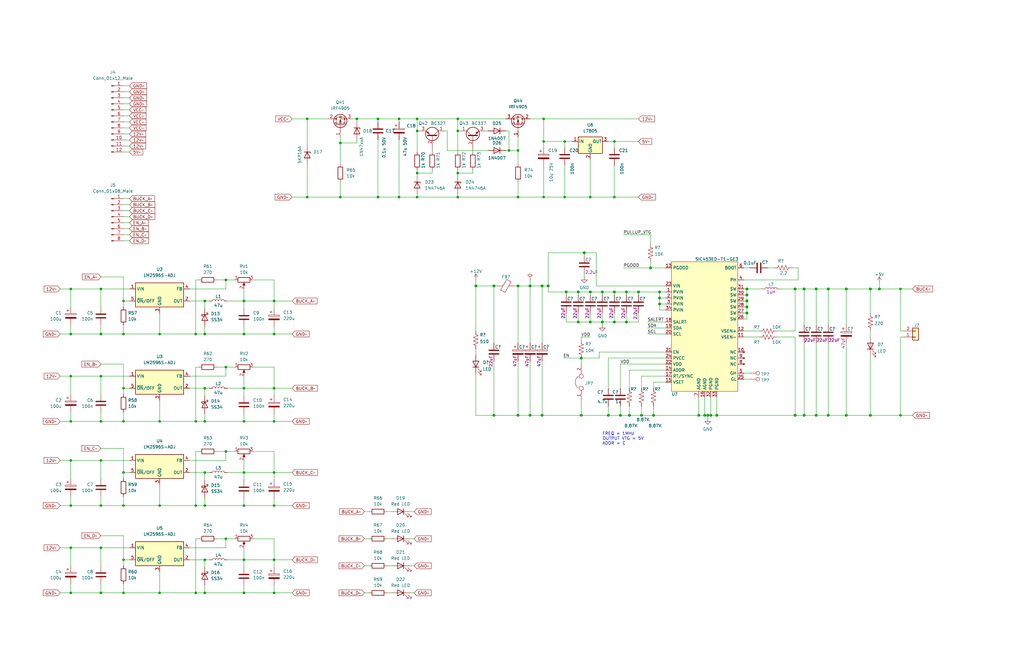
<source format=kicad_sch>
(kicad_sch (version 20211123) (generator eeschema)
  (paper "B")
  (junction (at 168.275 83.185))
  (junction (at 218.44 63.5))
  (junction (at 115.57 163.83))
  (junction (at 175.895 83.185))
  (junction (at 82.55 213.36))
  (junction (at 370.84 121.92) (diameter 1.016))
  (junction (at 339.09 121.92) (diameter 1.016))
  (junction (at 223.52 120.65) (diameter 1.016))
  (junction (at 231.14 120.65) (diameter 1.016))
  (junction (at 86.36 199.39))
  (junction (at 379.73 175.26))
  (junction (at 246.38 106.68) (diameter 1.016))
  (junction (at 229.235 83.185))
  (junction (at 248.92 83.185))
  (junction (at 238.125 83.185))
  (junction (at 264.16 123.19) (diameter 1.016))
  (junction (at 314.96 132.08) (diameter 1.016))
  (junction (at 278.13 128.27) (diameter 1.016))
  (junction (at 95.25 227.33))
  (junction (at 86.36 163.83))
  (junction (at 102.87 177.8))
  (junction (at 159.385 83.185))
  (junction (at 274.32 113.03) (diameter 1.016))
  (junction (at 29.845 140.97))
  (junction (at 356.87 121.92) (diameter 1.016))
  (junction (at 248.92 135.89) (diameter 1.016))
  (junction (at 218.44 120.65) (diameter 1.016))
  (junction (at 265.43 175.26) (diameter 1.016))
  (junction (at 294.64 175.26) (diameter 1.016))
  (junction (at 344.17 121.92) (diameter 1.016))
  (junction (at 259.08 135.89) (diameter 1.016))
  (junction (at 143.51 83.185))
  (junction (at 52.07 199.39))
  (junction (at 115.57 127))
  (junction (at 278.13 123.19) (diameter 1.016))
  (junction (at 52.07 250.19))
  (junction (at 102.87 250.19))
  (junction (at 42.545 140.97))
  (junction (at 42.545 213.36))
  (junction (at 298.45 175.26) (diameter 1.016))
  (junction (at 102.87 140.97))
  (junction (at 243.84 123.19) (diameter 1.016))
  (junction (at 86.36 236.22))
  (junction (at 200.66 120.65) (diameter 1.016))
  (junction (at 248.92 123.19) (diameter 1.016))
  (junction (at 270.51 175.26) (diameter 1.016))
  (junction (at 259.08 83.185))
  (junction (at 95.25 154.94))
  (junction (at 67.31 140.97))
  (junction (at 302.26 175.26) (diameter 1.016))
  (junction (at 229.235 59.69))
  (junction (at 278.13 125.73) (diameter 1.016))
  (junction (at 223.52 175.26) (diameter 1.016))
  (junction (at 115.57 213.36))
  (junction (at 193.04 50.165))
  (junction (at 29.845 121.92))
  (junction (at 42.545 231.14))
  (junction (at 86.36 250.19))
  (junction (at 168.275 50.165))
  (junction (at 42.545 158.75))
  (junction (at 314.96 127) (diameter 1.016))
  (junction (at 29.845 231.14))
  (junction (at 218.44 175.26) (diameter 1.016))
  (junction (at 214.63 63.5))
  (junction (at 367.03 175.26) (diameter 1.016))
  (junction (at 52.07 236.22))
  (junction (at 42.545 121.92))
  (junction (at 102.87 127))
  (junction (at 314.96 129.54) (diameter 1.016))
  (junction (at 193.04 55.245))
  (junction (at 245.11 175.26) (diameter 1.016))
  (junction (at 254 123.19) (diameter 1.016))
  (junction (at 228.6 175.26) (diameter 1.016))
  (junction (at 115.57 236.22))
  (junction (at 82.55 250.19))
  (junction (at 208.28 175.26) (diameter 1.016))
  (junction (at 228.6 120.65) (diameter 1.016))
  (junction (at 259.08 123.19) (diameter 1.016))
  (junction (at 299.72 175.26) (diameter 1.016))
  (junction (at 314.96 124.46) (diameter 1.016))
  (junction (at 115.57 140.97))
  (junction (at 29.845 158.75))
  (junction (at 259.08 59.69))
  (junction (at 52.07 177.8))
  (junction (at 339.09 175.26) (diameter 1.016))
  (junction (at 245.11 151.13) (diameter 1.016))
  (junction (at 86.36 140.97))
  (junction (at 193.04 73.025))
  (junction (at 238.76 123.19) (diameter 1.016))
  (junction (at 67.31 177.8))
  (junction (at 82.55 177.8))
  (junction (at 86.36 213.36))
  (junction (at 86.36 177.8))
  (junction (at 367.03 121.92) (diameter 1.016))
  (junction (at 143.51 60.325))
  (junction (at 193.04 83.185))
  (junction (at 243.84 135.89) (diameter 1.016))
  (junction (at 115.57 250.19))
  (junction (at 129.54 83.185))
  (junction (at 102.87 213.36))
  (junction (at 264.16 135.89) (diameter 1.016))
  (junction (at 82.55 140.97))
  (junction (at 52.07 127))
  (junction (at 42.545 250.19))
  (junction (at 102.87 163.83))
  (junction (at 42.545 194.31))
  (junction (at 314.96 121.92) (diameter 1.016))
  (junction (at 95.25 118.11))
  (junction (at 115.57 177.8))
  (junction (at 29.845 194.31))
  (junction (at 86.36 127))
  (junction (at 175.895 55.245))
  (junction (at 356.87 175.26) (diameter 1.016))
  (junction (at 115.57 199.39))
  (junction (at 349.25 121.92) (diameter 1.016))
  (junction (at 29.845 177.8))
  (junction (at 238.125 59.69))
  (junction (at 67.31 213.36))
  (junction (at 379.73 121.92))
  (junction (at 218.44 83.185))
  (junction (at 102.87 199.39))
  (junction (at 52.07 213.36))
  (junction (at 261.62 175.26) (diameter 1.016))
  (junction (at 67.31 250.19))
  (junction (at 275.59 175.26) (diameter 1.016))
  (junction (at 349.25 175.26) (diameter 1.016))
  (junction (at 175.895 50.165))
  (junction (at 42.545 177.8))
  (junction (at 335.28 121.92) (diameter 1.016))
  (junction (at 229.235 50.165))
  (junction (at 129.54 50.165))
  (junction (at 175.895 73.025))
  (junction (at 269.24 123.19) (diameter 1.016))
  (junction (at 297.18 175.26) (diameter 1.016))
  (junction (at 95.25 190.5))
  (junction (at 159.385 50.165))
  (junction (at 29.845 213.36))
  (junction (at 208.28 120.65) (diameter 1.016))
  (junction (at 344.17 175.26) (diameter 1.016))
  (junction (at 256.54 175.26) (diameter 1.016))
  (junction (at 150.495 50.165))
  (junction (at 254 135.89) (diameter 1.016))
  (junction (at 29.845 250.19))
  (junction (at 52.07 163.83))
  (junction (at 102.87 236.22))
  (junction (at 335.28 175.26) (diameter 1.016))
  (junction (at 52.07 140.97))
  (wire (pts (xy 264.16 135.89) (xy 269.24 135.89)))
  (wire (pts (xy 52.07 43.815) (xy 54.61 43.815)))
  (wire (pts (xy 327.66 139.7) (xy 335.28 139.7)))
  (wire (pts (xy 54.61 163.83) (xy 52.07 163.83)))
  (wire (pts (xy 115.57 177.8) (xy 123.19 177.8)))
  (wire (pts (xy 252.73 151.13) (xy 252.73 148.59)))
  (wire (pts (xy 42.545 121.92) (xy 54.61 121.92)))
  (wire (pts (xy 200.66 157.48) (xy 200.66 175.26)))
  (wire (pts (xy 269.24 123.19) (xy 264.16 123.19)))
  (wire (pts (xy 193.04 73.025) (xy 193.04 71.755)))
  (wire (pts (xy 115.57 199.39) (xy 123.19 199.39)))
  (wire (pts (xy 344.17 144.78) (xy 344.17 175.26)))
  (wire (pts (xy 42.545 231.14) (xy 54.61 231.14)))
  (wire (pts (xy 80.01 163.83) (xy 86.36 163.83)))
  (wire (pts (xy 264.16 123.19) (xy 259.08 123.19)))
  (wire (pts (xy 172.72 238.76) (xy 174.625 238.76)))
  (wire (pts (xy 208.28 175.26) (xy 218.44 175.26)))
  (wire (pts (xy 262.89 113.03) (xy 274.32 113.03)))
  (wire (pts (xy 259.08 123.19) (xy 254 123.19)))
  (wire (pts (xy 273.05 135.89) (xy 280.67 135.89)))
  (wire (pts (xy 335.28 175.26) (xy 339.09 175.26)))
  (wire (pts (xy 238.76 123.19) (xy 238.76 124.46)))
  (wire (pts (xy 25.4 158.75) (xy 29.845 158.75)))
  (wire (pts (xy 270.51 175.26) (xy 275.59 175.26)))
  (wire (pts (xy 274.32 102.87) (xy 274.32 99.06)))
  (wire (pts (xy 313.69 132.08) (xy 314.96 132.08)))
  (wire (pts (xy 52.07 38.735) (xy 54.61 38.735)))
  (wire (pts (xy 313.69 160.02) (xy 316.23 160.02)))
  (wire (pts (xy 248.92 67.31) (xy 248.92 83.185)))
  (wire (pts (xy 175.895 73.025) (xy 175.895 74.295)))
  (wire (pts (xy 86.36 199.39) (xy 86.36 202.565)))
  (wire (pts (xy 193.04 50.165) (xy 193.04 55.245)))
  (wire (pts (xy 67.31 250.19) (xy 82.55 250.19)))
  (wire (pts (xy 182.245 73.025) (xy 175.895 73.025)))
  (wire (pts (xy 275.59 161.29) (xy 280.67 161.29)))
  (wire (pts (xy 356.87 121.92) (xy 367.03 121.92)))
  (wire (pts (xy 159.385 51.435) (xy 159.385 50.165)))
  (wire (pts (xy 86.36 213.36) (xy 102.87 213.36)))
  (wire (pts (xy 175.895 50.165) (xy 193.04 50.165)))
  (wire (pts (xy 275.59 163.83) (xy 275.59 161.29)))
  (wire (pts (xy 381 142.24) (xy 379.73 142.24)))
  (wire (pts (xy 91.44 118.11) (xy 95.25 118.11)))
  (wire (pts (xy 42.545 209.55) (xy 42.545 213.36)))
  (wire (pts (xy 273.05 140.97) (xy 280.67 140.97)))
  (wire (pts (xy 259.08 69.85) (xy 259.08 83.185)))
  (wire (pts (xy 231.14 123.19) (xy 231.14 120.65)))
  (wire (pts (xy 243.84 132.08) (xy 243.84 135.89)))
  (wire (pts (xy 229.235 50.165) (xy 269.24 50.165)))
  (wire (pts (xy 115.57 190.5) (xy 115.57 199.39)))
  (wire (pts (xy 29.845 250.19) (xy 42.545 250.19)))
  (wire (pts (xy 115.57 250.19) (xy 123.19 250.19)))
  (wire (pts (xy 52.07 41.275) (xy 54.61 41.275)))
  (wire (pts (xy 102.87 194.31) (xy 102.87 199.39)))
  (wire (pts (xy 52.07 140.97) (xy 67.31 140.97)))
  (wire (pts (xy 245.11 168.91) (xy 245.11 175.26)))
  (wire (pts (xy 168.275 59.055) (xy 168.275 83.185)))
  (wire (pts (xy 82.55 177.8) (xy 82.55 154.94)))
  (wire (pts (xy 86.36 199.39) (xy 88.265 199.39)))
  (wire (pts (xy 106.68 190.5) (xy 115.57 190.5)))
  (wire (pts (xy 52.07 59.055) (xy 54.61 59.055)))
  (wire (pts (xy 218.44 63.5) (xy 218.44 69.215)))
  (wire (pts (xy 314.96 124.46) (xy 314.96 121.92)))
  (wire (pts (xy 265.43 175.26) (xy 270.51 175.26)))
  (wire (pts (xy 86.36 140.97) (xy 102.87 140.97)))
  (wire (pts (xy 102.87 158.75) (xy 102.87 163.83)))
  (wire (pts (xy 115.57 137.795) (xy 115.57 140.97)))
  (wire (pts (xy 339.09 121.92) (xy 339.09 137.16)))
  (wire (pts (xy 29.845 173.99) (xy 29.845 177.8)))
  (wire (pts (xy 367.03 139.7) (xy 367.03 142.24)))
  (wire (pts (xy 67.31 204.47) (xy 67.31 213.36)))
  (wire (pts (xy 339.09 121.92) (xy 344.17 121.92)))
  (wire (pts (xy 67.31 213.36) (xy 82.55 213.36)))
  (wire (pts (xy 200.66 118.11) (xy 200.66 120.65)))
  (wire (pts (xy 106.68 154.94) (xy 115.57 154.94)))
  (wire (pts (xy 254 123.19) (xy 254 124.46)))
  (wire (pts (xy 82.55 250.19) (xy 82.55 227.33)))
  (wire (pts (xy 42.545 189.23) (xy 52.07 189.23)))
  (wire (pts (xy 153.67 250.19) (xy 155.575 250.19)))
  (wire (pts (xy 214.63 55.245) (xy 214.63 63.5)))
  (wire (pts (xy 52.07 93.98) (xy 54.61 93.98)))
  (wire (pts (xy 379.73 175.26) (xy 367.03 175.26)))
  (wire (pts (xy 199.39 62.865) (xy 199.39 64.135)))
  (wire (pts (xy 228.6 152.4) (xy 228.6 175.26)))
  (wire (pts (xy 95.25 231.14) (xy 95.25 227.33)))
  (wire (pts (xy 349.25 144.78) (xy 349.25 175.26)))
  (wire (pts (xy 298.45 175.26) (xy 297.18 175.26)))
  (wire (pts (xy 299.72 167.64) (xy 299.72 175.26)))
  (wire (pts (xy 102.87 231.14) (xy 102.87 236.22)))
  (wire (pts (xy 229.235 69.85) (xy 229.235 83.185)))
  (wire (pts (xy 52.07 48.895) (xy 54.61 48.895)))
  (wire (pts (xy 29.845 158.75) (xy 42.545 158.75)))
  (wire (pts (xy 86.36 236.22) (xy 88.265 236.22)))
  (wire (pts (xy 42.545 194.31) (xy 42.545 201.93)))
  (wire (pts (xy 214.63 63.5) (xy 213.36 63.5)))
  (wire (pts (xy 52.07 153.67) (xy 52.07 163.83)))
  (wire (pts (xy 256.54 151.13) (xy 280.67 151.13)))
  (wire (pts (xy 143.51 60.325) (xy 150.495 60.325)))
  (wire (pts (xy 275.59 171.45) (xy 275.59 175.26)))
  (wire (pts (xy 218.44 76.835) (xy 218.44 83.185)))
  (wire (pts (xy 229.235 50.165) (xy 229.235 59.69)))
  (wire (pts (xy 42.545 246.38) (xy 42.545 250.19)))
  (wire (pts (xy 25.4 140.97) (xy 29.845 140.97)))
  (wire (pts (xy 245.11 142.24) (xy 245.11 143.51)))
  (wire (pts (xy 159.385 59.055) (xy 159.385 83.185)))
  (wire (pts (xy 245.11 151.13) (xy 252.73 151.13)))
  (wire (pts (xy 80.01 158.75) (xy 95.25 158.75)))
  (wire (pts (xy 115.57 199.39) (xy 115.57 202.565)))
  (wire (pts (xy 102.87 127) (xy 102.87 130.175)))
  (wire (pts (xy 143.51 76.835) (xy 143.51 83.185)))
  (wire (pts (xy 218.44 83.185) (xy 193.04 83.185)))
  (wire (pts (xy 95.25 118.11) (xy 99.06 118.11)))
  (wire (pts (xy 163.195 227.33) (xy 165.1 227.33)))
  (wire (pts (xy 298.45 175.26) (xy 299.72 175.26)))
  (wire (pts (xy 29.845 121.92) (xy 42.545 121.92)))
  (wire (pts (xy 54.61 199.39) (xy 52.07 199.39)))
  (wire (pts (xy 29.845 213.36) (xy 42.545 213.36)))
  (wire (pts (xy 251.46 120.65) (xy 251.46 106.68)))
  (wire (pts (xy 270.51 163.83) (xy 270.51 158.75)))
  (wire (pts (xy 54.61 127) (xy 52.07 127)))
  (wire (pts (xy 52.07 83.82) (xy 54.61 83.82)))
  (wire (pts (xy 80.01 231.14) (xy 95.25 231.14)))
  (wire (pts (xy 248.92 132.08) (xy 248.92 135.89)))
  (wire (pts (xy 256.54 151.13) (xy 256.54 163.83)))
  (wire (pts (xy 339.09 175.26) (xy 344.17 175.26)))
  (wire (pts (xy 42.545 213.36) (xy 52.07 213.36)))
  (wire (pts (xy 52.07 46.355) (xy 54.61 46.355)))
  (wire (pts (xy 238.125 62.23) (xy 238.125 59.69)))
  (wire (pts (xy 274.32 113.03) (xy 274.32 110.49)))
  (wire (pts (xy 379.73 142.24) (xy 379.73 175.26)))
  (wire (pts (xy 29.845 129.54) (xy 29.845 121.92)))
  (wire (pts (xy 278.13 128.27) (xy 280.67 128.27)))
  (wire (pts (xy 313.69 129.54) (xy 314.96 129.54)))
  (wire (pts (xy 200.66 147.32) (xy 200.66 149.86)))
  (wire (pts (xy 42.545 158.75) (xy 42.545 166.37)))
  (wire (pts (xy 349.25 121.92) (xy 349.25 137.16)))
  (wire (pts (xy 379.73 121.92) (xy 370.84 121.92)))
  (wire (pts (xy 29.845 166.37) (xy 29.845 158.75)))
  (wire (pts (xy 335.28 139.7) (xy 335.28 121.92)))
  (wire (pts (xy 379.73 175.26) (xy 384.81 175.26)))
  (wire (pts (xy 182.245 71.755) (xy 182.245 73.025)))
  (wire (pts (xy 193.04 83.185) (xy 193.04 81.915)))
  (wire (pts (xy 313.69 134.62) (xy 314.96 134.62)))
  (wire (pts (xy 52.07 246.38) (xy 52.07 250.19)))
  (wire (pts (xy 82.55 118.11) (xy 83.82 118.11)))
  (wire (pts (xy 314.96 129.54) (xy 314.96 127)))
  (wire (pts (xy 228.6 120.65) (xy 231.14 120.65)))
  (wire (pts (xy 42.545 140.97) (xy 52.07 140.97)))
  (wire (pts (xy 102.87 163.83) (xy 102.87 167.005)))
  (wire (pts (xy 102.87 174.625) (xy 102.87 177.8)))
  (wire (pts (xy 86.36 137.795) (xy 86.36 140.97)))
  (wire (pts (xy 314.96 127) (xy 314.96 124.46)))
  (wire (pts (xy 200.66 175.26) (xy 208.28 175.26)))
  (wire (pts (xy 248.92 123.19) (xy 243.84 123.19)))
  (wire (pts (xy 52.07 177.8) (xy 67.31 177.8)))
  (wire (pts (xy 52.07 226.06) (xy 52.07 236.22)))
  (wire (pts (xy 199.39 71.755) (xy 199.39 73.025)))
  (wire (pts (xy 52.07 61.595) (xy 54.61 61.595)))
  (wire (pts (xy 344.17 121.92) (xy 349.25 121.92)))
  (wire (pts (xy 102.87 199.39) (xy 115.57 199.39)))
  (wire (pts (xy 52.07 88.9) (xy 54.61 88.9)))
  (wire (pts (xy 115.57 213.36) (xy 123.19 213.36)))
  (wire (pts (xy 95.885 127) (xy 102.87 127)))
  (wire (pts (xy 294.64 167.64) (xy 294.64 175.26)))
  (wire (pts (xy 297.18 175.26) (xy 294.64 175.26)))
  (wire (pts (xy 52.07 99.06) (xy 54.61 99.06)))
  (wire (pts (xy 356.87 121.92) (xy 356.87 137.16)))
  (wire (pts (xy 115.57 163.83) (xy 115.57 167.005)))
  (wire (pts (xy 223.52 175.26) (xy 228.6 175.26)))
  (wire (pts (xy 254 135.89) (xy 259.08 135.89)))
  (wire (pts (xy 115.57 163.83) (xy 123.19 163.83)))
  (wire (pts (xy 218.44 152.4) (xy 218.44 175.26)))
  (wire (pts (xy 278.13 123.19) (xy 280.67 123.19)))
  (wire (pts (xy 91.44 227.33) (xy 95.25 227.33)))
  (wire (pts (xy 163.195 215.9) (xy 165.1 215.9)))
  (wire (pts (xy 280.67 130.81) (xy 278.13 130.81)))
  (wire (pts (xy 52.07 51.435) (xy 54.61 51.435)))
  (wire (pts (xy 82.55 213.36) (xy 86.36 213.36)))
  (wire (pts (xy 243.84 135.89) (xy 248.92 135.89)))
  (wire (pts (xy 115.57 118.11) (xy 115.57 127)))
  (wire (pts (xy 223.52 50.165) (xy 229.235 50.165)))
  (wire (pts (xy 313.69 142.24) (xy 320.04 142.24)))
  (wire (pts (xy 106.68 227.33) (xy 115.57 227.33)))
  (wire (pts (xy 52.07 163.83) (xy 52.07 166.37)))
  (wire (pts (xy 106.68 118.11) (xy 115.57 118.11)))
  (wire (pts (xy 254 132.08) (xy 254 135.89)))
  (wire (pts (xy 29.845 238.76) (xy 29.845 231.14)))
  (wire (pts (xy 218.44 120.65) (xy 218.44 144.78)))
  (wire (pts (xy 168.275 51.435) (xy 168.275 50.165)))
  (wire (pts (xy 82.55 140.97) (xy 86.36 140.97)))
  (wire (pts (xy 265.43 171.45) (xy 265.43 175.26)))
  (wire (pts (xy 115.57 236.22) (xy 115.57 239.395)))
  (wire (pts (xy 302.26 175.26) (xy 335.28 175.26)))
  (wire (pts (xy 270.51 158.75) (xy 280.67 158.75)))
  (wire (pts (xy 115.57 210.185) (xy 115.57 213.36)))
  (wire (pts (xy 280.67 113.03) (xy 274.32 113.03)))
  (wire (pts (xy 129.54 50.165) (xy 138.43 50.165)))
  (wire (pts (xy 213.36 55.245) (xy 214.63 55.245)))
  (wire (pts (xy 82.55 250.19) (xy 86.36 250.19)))
  (wire (pts (xy 193.04 50.165) (xy 213.36 50.165)))
  (wire (pts (xy 52.07 96.52) (xy 54.61 96.52)))
  (wire (pts (xy 115.57 140.97) (xy 123.19 140.97)))
  (wire (pts (xy 261.62 153.67) (xy 261.62 163.83)))
  (wire (pts (xy 25.4 121.92) (xy 29.845 121.92)))
  (wire (pts (xy 52.07 36.195) (xy 54.61 36.195)))
  (wire (pts (xy 223.52 152.4) (xy 223.52 175.26)))
  (wire (pts (xy 278.13 125.73) (xy 278.13 123.19)))
  (wire (pts (xy 95.25 158.75) (xy 95.25 154.94)))
  (wire (pts (xy 115.57 227.33) (xy 115.57 236.22)))
  (wire (pts (xy 238.125 69.85) (xy 238.125 83.185)))
  (wire (pts (xy 52.07 250.19) (xy 67.31 250.19)))
  (wire (pts (xy 259.08 83.185) (xy 269.24 83.185)))
  (wire (pts (xy 129.54 69.215) (xy 129.54 83.185)))
  (wire (pts (xy 218.44 120.65) (xy 223.52 120.65)))
  (wire (pts (xy 29.845 194.31) (xy 42.545 194.31)))
  (wire (pts (xy 188.595 63.5) (xy 188.595 55.245)))
  (wire (pts (xy 231.14 106.68) (xy 246.38 106.68)))
  (wire (pts (xy 238.125 59.69) (xy 229.235 59.69)))
  (wire (pts (xy 254 123.19) (xy 248.92 123.19)))
  (wire (pts (xy 367.03 121.92) (xy 370.84 121.92)))
  (wire (pts (xy 52.07 127) (xy 52.07 129.54)))
  (wire (pts (xy 102.87 127) (xy 115.57 127)))
  (wire (pts (xy 67.31 168.91) (xy 67.31 177.8)))
  (wire (pts (xy 246.38 106.68) (xy 246.38 107.95)))
  (wire (pts (xy 95.25 227.33) (xy 99.06 227.33)))
  (wire (pts (xy 52.07 209.55) (xy 52.07 213.36)))
  (wire (pts (xy 208.28 144.78) (xy 208.28 120.65)))
  (wire (pts (xy 102.87 199.39) (xy 102.87 202.565)))
  (wire (pts (xy 52.07 213.36) (xy 67.31 213.36)))
  (wire (pts (xy 29.845 140.97) (xy 42.545 140.97)))
  (wire (pts (xy 102.87 140.97) (xy 115.57 140.97)))
  (wire (pts (xy 256.54 171.45) (xy 256.54 175.26)))
  (wire (pts (xy 349.25 175.26) (xy 356.87 175.26)))
  (wire (pts (xy 339.09 144.78) (xy 339.09 175.26)))
  (wire (pts (xy 245.11 175.26) (xy 256.54 175.26)))
  (wire (pts (xy 102.87 213.36) (xy 115.57 213.36)))
  (wire (pts (xy 223.52 120.65) (xy 223.52 144.78)))
  (wire (pts (xy 52.07 189.23) (xy 52.07 199.39)))
  (wire (pts (xy 228.6 175.26) (xy 245.11 175.26)))
  (wire (pts (xy 218.44 63.5) (xy 214.63 63.5)))
  (wire (pts (xy 208.28 120.65) (xy 209.55 120.65)))
  (wire (pts (xy 25.4 194.31) (xy 29.845 194.31)))
  (wire (pts (xy 208.28 152.4) (xy 208.28 175.26)))
  (wire (pts (xy 52.07 64.135) (xy 54.61 64.135)))
  (wire (pts (xy 335.28 121.92) (xy 339.09 121.92)))
  (wire (pts (xy 314.96 134.62) (xy 314.96 132.08)))
  (wire (pts (xy 52.07 101.6) (xy 54.61 101.6)))
  (wire (pts (xy 335.28 142.24) (xy 335.28 175.26)))
  (wire (pts (xy 115.57 127) (xy 115.57 130.175)))
  (wire (pts (xy 217.17 120.65) (xy 218.44 120.65)))
  (wire (pts (xy 42.545 121.92) (xy 42.545 129.54)))
  (wire (pts (xy 204.47 55.245) (xy 205.74 55.245)))
  (wire (pts (xy 42.545 250.19) (xy 52.07 250.19)))
  (wire (pts (xy 241.3 59.69) (xy 238.125 59.69)))
  (wire (pts (xy 379.73 121.92) (xy 379.73 139.7)))
  (wire (pts (xy 42.545 177.8) (xy 52.07 177.8)))
  (wire (pts (xy 52.07 173.99) (xy 52.07 177.8)))
  (wire (pts (xy 175.895 73.025) (xy 175.895 71.755)))
  (wire (pts (xy 194.31 55.245) (xy 193.04 55.245)))
  (wire (pts (xy 52.07 86.36) (xy 54.61 86.36)))
  (wire (pts (xy 313.69 139.7) (xy 320.04 139.7)))
  (wire (pts (xy 153.67 238.76) (xy 155.575 238.76)))
  (wire (pts (xy 29.845 177.8) (xy 42.545 177.8)))
  (wire (pts (xy 115.57 236.22) (xy 123.19 236.22)))
  (wire (pts (xy 245.11 151.13) (xy 245.11 153.67)))
  (wire (pts (xy 273.05 138.43) (xy 280.67 138.43)))
  (wire (pts (xy 29.845 246.38) (xy 29.845 250.19)))
  (wire (pts (xy 168.275 83.185) (xy 175.895 83.185)))
  (wire (pts (xy 259.08 132.08) (xy 259.08 135.89)))
  (wire (pts (xy 80.01 127) (xy 86.36 127)))
  (wire (pts (xy 269.24 132.08) (xy 269.24 135.89)))
  (wire (pts (xy 42.545 153.67) (xy 52.07 153.67)))
  (wire (pts (xy 238.76 135.89) (xy 238.76 132.08)))
  (wire (pts (xy 238.76 135.89) (xy 243.84 135.89)))
  (wire (pts (xy 95.885 163.83) (xy 102.87 163.83)))
  (wire (pts (xy 91.44 190.5) (xy 95.25 190.5)))
  (wire (pts (xy 25.4 231.14) (xy 29.845 231.14)))
  (wire (pts (xy 344.17 121.92) (xy 344.17 137.16)))
  (wire (pts (xy 328.93 121.92) (xy 335.28 121.92)))
  (wire (pts (xy 278.13 125.73) (xy 280.67 125.73)))
  (wire (pts (xy 228.6 120.65) (xy 228.6 144.78)))
  (wire (pts (xy 313.69 121.92) (xy 314.96 121.92)))
  (wire (pts (xy 102.87 121.92) (xy 102.87 127)))
  (wire (pts (xy 153.67 215.9) (xy 155.575 215.9)))
  (wire (pts (xy 82.55 227.33) (xy 83.82 227.33)))
  (wire (pts (xy 327.66 142.24) (xy 335.28 142.24)))
  (wire (pts (xy 115.57 247.015) (xy 115.57 250.19)))
  (wire (pts (xy 367.03 175.26) (xy 367.03 149.86)))
  (wire (pts (xy 67.31 241.3) (xy 67.31 250.19)))
  (wire (pts (xy 123.19 83.185) (xy 129.54 83.185)))
  (wire (pts (xy 175.895 50.165) (xy 175.895 55.245)))
  (wire (pts (xy 280.67 120.65) (xy 251.46 120.65)))
  (wire (pts (xy 95.885 199.39) (xy 102.87 199.39)))
  (wire (pts (xy 175.895 55.245) (xy 175.895 64.135)))
  (wire (pts (xy 336.55 118.11) (xy 313.69 118.11)))
  (wire (pts (xy 367.03 121.92) (xy 367.03 132.08)))
  (wire (pts (xy 246.38 106.68) (xy 251.46 106.68)))
  (wire (pts (xy 102.87 247.015) (xy 102.87 250.19)))
  (wire (pts (xy 52.07 137.16) (xy 52.07 140.97)))
  (wire (pts (xy 42.545 226.06) (xy 52.07 226.06)))
  (wire (pts (xy 25.4 250.19) (xy 29.845 250.19)))
  (wire (pts (xy 238.125 83.185) (xy 248.92 83.185)))
  (wire (pts (xy 297.18 167.64) (xy 297.18 175.26)))
  (wire (pts (xy 278.13 128.27) (xy 278.13 125.73)))
  (wire (pts (xy 95.25 121.92) (xy 95.25 118.11)))
  (wire (pts (xy 95.25 194.31) (xy 95.25 190.5)))
  (wire (pts (xy 302.26 167.64) (xy 302.26 175.26)))
  (wire (pts (xy 334.01 113.03) (xy 336.55 113.03)))
  (wire (pts (xy 129.54 83.185) (xy 143.51 83.185)))
  (wire (pts (xy 86.36 127) (xy 88.265 127)))
  (wire (pts (xy 218.44 83.185) (xy 229.235 83.185)))
  (wire (pts (xy 254 135.89) (xy 254 137.16)))
  (wire (pts (xy 248.92 123.19) (xy 248.92 124.46)))
  (wire (pts (xy 82.55 140.97) (xy 82.55 118.11)))
  (wire (pts (xy 163.195 250.19) (xy 165.1 250.19)))
  (wire (pts (xy 218.44 57.785) (xy 218.44 63.5)))
  (wire (pts (xy 200.66 120.65) (xy 208.28 120.65)))
  (wire (pts (xy 261.62 171.45) (xy 261.62 175.26)))
  (wire (pts (xy 86.36 127) (xy 86.36 130.175)))
  (wire (pts (xy 115.57 127) (xy 123.19 127)))
  (wire (pts (xy 256.54 59.69) (xy 259.08 59.69)))
  (wire (pts (xy 336.55 113.03) (xy 336.55 118.11)))
  (wire (pts (xy 168.275 50.165) (xy 175.895 50.165)))
  (wire (pts (xy 172.72 227.33) (xy 174.625 227.33)))
  (wire (pts (xy 259.08 59.69) (xy 259.08 62.23)))
  (wire (pts (xy 261.62 153.67) (xy 280.67 153.67)))
  (wire (pts (xy 52.07 199.39) (xy 52.07 201.93)))
  (wire (pts (xy 52.07 53.975) (xy 54.61 53.975)))
  (wire (pts (xy 193.04 73.025) (xy 193.04 74.295)))
  (wire (pts (xy 299.72 175.26) (xy 302.26 175.26)))
  (wire (pts (xy 344.17 175.26) (xy 349.25 175.26)))
  (wire (pts (xy 102.87 177.8) (xy 115.57 177.8)))
  (wire (pts (xy 159.385 50.165) (xy 150.495 50.165)))
  (wire (pts (xy 275.59 175.26) (xy 294.64 175.26)))
  (wire (pts (xy 265.43 156.21) (xy 280.67 156.21)))
  (wire (pts (xy 384.81 121.92) (xy 379.73 121.92)))
  (wire (pts (xy 102.87 163.83) (xy 115.57 163.83)))
  (wire (pts (xy 143.51 57.785) (xy 143.51 60.325)))
  (wire (pts (xy 52.07 91.44) (xy 54.61 91.44)))
  (wire (pts (xy 86.36 163.83) (xy 88.265 163.83)))
  (wire (pts (xy 193.04 55.245) (xy 193.04 64.135)))
  (wire (pts (xy 265.43 156.21) (xy 265.43 163.83)))
  (wire (pts (xy 115.57 154.94) (xy 115.57 163.83)))
  (wire (pts (xy 278.13 130.81) (xy 278.13 128.27)))
  (wire (pts (xy 80.01 236.22) (xy 86.36 236.22)))
  (wire (pts (xy 264.16 132.08) (xy 264.16 135.89)))
  (wire (pts (xy 115.57 174.625) (xy 115.57 177.8)))
  (wire (pts (xy 356.87 175.26) (xy 367.03 175.26)))
  (wire (pts (xy 313.69 113.03) (xy 316.23 113.03)))
  (wire (pts (xy 246.38 115.57) (xy 246.38 116.84)))
  (wire (pts (xy 29.845 201.93) (xy 29.845 194.31)))
  (wire (pts (xy 102.87 137.795) (xy 102.87 140.97)))
  (wire (pts (xy 168.275 50.165) (xy 159.385 50.165)))
  (wire (pts (xy 278.13 123.19) (xy 269.24 123.19)))
  (wire (pts (xy 243.84 123.19) (xy 238.76 123.19)))
  (wire (pts (xy 29.845 209.55) (xy 29.845 213.36)))
  (wire (pts (xy 42.545 194.31) (xy 54.61 194.31)))
  (wire (pts (xy 163.195 238.76) (xy 165.1 238.76)))
  (wire (pts (xy 314.96 132.08) (xy 314.96 129.54)))
  (wire (pts (xy 29.845 137.16) (xy 29.845 140.97)))
  (wire (pts (xy 86.36 163.83) (xy 86.36 167.005)))
  (wire (pts (xy 298.45 176.53) (xy 298.45 175.26)))
  (wire (pts (xy 231.14 106.68) (xy 231.14 120.65)))
  (wire (pts (xy 259.08 135.89) (xy 264.16 135.89)))
  (wire (pts (xy 229.235 59.69) (xy 229.235 62.23)))
  (wire (pts (xy 150.495 50.165) (xy 150.495 51.435)))
  (wire (pts (xy 229.235 83.185) (xy 238.125 83.185)))
  (wire (pts (xy 86.36 174.625) (xy 86.36 177.8)))
  (wire (pts (xy 150.495 59.055) (xy 150.495 60.325)))
  (wire (pts (xy 25.4 213.36) (xy 29.845 213.36)))
  (wire (pts (xy 237.49 151.13) (xy 245.11 151.13)))
  (wire (pts (xy 25.4 177.8) (xy 29.845 177.8)))
  (wire (pts (xy 143.51 83.185) (xy 159.385 83.185)))
  (wire (pts (xy 200.66 139.7) (xy 200.66 120.65)))
  (wire (pts (xy 42.545 137.16) (xy 42.545 140.97)))
  (wire (pts (xy 261.62 175.26) (xy 265.43 175.26)))
  (wire (pts (xy 86.36 236.22) (xy 86.36 239.395)))
  (wire (pts (xy 95.25 190.5) (xy 99.06 190.5)))
  (wire (pts (xy 42.545 173.99) (xy 42.545 177.8)))
  (wire (pts (xy 102.87 236.22) (xy 115.57 236.22)))
  (wire (pts (xy 129.54 50.165) (xy 129.54 61.595)))
  (wire (pts (xy 199.39 73.025) (xy 193.04 73.025)))
  (wire (pts (xy 256.54 175.26) (xy 261.62 175.26)))
  (wire (pts (xy 54.61 236.22) (xy 52.07 236.22)))
  (wire (pts (xy 259.08 123.19) (xy 259.08 124.46)))
  (wire (pts (xy 381 139.7) (xy 379.73 139.7)))
  (wire (pts (xy 82.55 190.5) (xy 83.82 190.5)))
  (wire (pts (xy 313.69 124.46) (xy 314.96 124.46)))
  (wire (pts (xy 95.25 154.94) (xy 99.06 154.94)))
  (wire (pts (xy 243.84 123.19) (xy 243.84 124.46)))
  (wire (pts (xy 42.545 158.75) (xy 54.61 158.75)))
  (wire (pts (xy 245.11 142.24) (xy 248.92 142.24)))
  (wire (pts (xy 67.31 177.8) (xy 82.55 177.8)))
  (wire (pts (xy 223.52 120.65) (xy 228.6 120.65)))
  (wire (pts (xy 248.92 135.89) (xy 254 135.89)))
  (wire (pts (xy 175.895 81.915) (xy 175.895 83.185)))
  (wire (pts (xy 314.96 121.92) (xy 321.31 121.92)))
  (wire (pts (xy 269.24 123.19) (xy 269.24 124.46)))
  (wire (pts (xy 102.87 250.19) (xy 115.57 250.19)))
  (wire (pts (xy 248.92 83.185) (xy 259.08 83.185)))
  (wire (pts (xy 80.01 121.92) (xy 95.25 121.92)))
  (wire (pts (xy 274.32 99.06) (xy 262.89 99.06)))
  (wire (pts (xy 86.36 210.185) (xy 86.36 213.36)))
  (wire (pts (xy 153.67 227.33) (xy 155.575 227.33)))
  (wire (pts (xy 86.36 250.19) (xy 102.87 250.19)))
  (wire (pts (xy 238.76 123.19) (xy 231.14 123.19)))
  (wire (pts (xy 223.52 118.11) (xy 223.52 120.65)))
  (wire (pts (xy 175.895 83.185) (xy 193.04 83.185)))
  (wire (pts (xy 86.36 177.8) (xy 102.87 177.8)))
  (wire (pts (xy 52.07 56.515) (xy 54.61 56.515)))
  (wire (pts (xy 80.01 194.31) (xy 95.25 194.31)))
  (wire (pts (xy 42.545 116.84) (xy 52.07 116.84)))
  (wire (pts (xy 82.55 213.36) (xy 82.55 190.5)))
  (wire (pts (xy 95.885 236.22) (xy 102.87 236.22)))
  (wire (pts (xy 188.595 55.245) (xy 187.325 55.245)))
  (wire (pts (xy 259.08 59.69) (xy 269.24 59.69)))
  (wire (pts (xy 123.19 50.165) (xy 129.54 50.165)))
  (wire (pts (xy 182.245 62.865) (xy 182.245 64.135)))
  (wire (pts (xy 91.44 154.94) (xy 95.25 154.94)))
  (wire (pts (xy 252.73 148.59) (xy 280.67 148.59)))
  (wire (pts (xy 102.87 210.185) (xy 102.87 213.36)))
  (wire (pts (xy 356.87 144.78) (xy 356.87 175.26)))
  (wire (pts (xy 42.545 231.14) (xy 42.545 238.76)))
  (wire (pts (xy 313.69 127) (xy 314.96 127)))
  (wire (pts (xy 177.165 55.245) (xy 175.895 55.245)))
  (wire (pts (xy 172.72 215.9) (xy 174.625 215.9)))
  (wire (pts (xy 148.59 50.165) (xy 150.495 50.165)))
  (wire (pts (xy 102.87 236.22) (xy 102.87 239.395)))
  (wire (pts (xy 313.69 157.48) (xy 316.23 157.48)))
  (wire (pts (xy 82.55 177.8) (xy 86.36 177.8)))
  (wire (pts (xy 82.55 154.94) (xy 83.82 154.94)))
  (wire (pts (xy 67.31 140.97) (xy 82.55 140.97)))
  (wire (pts (xy 159.385 83.185) (xy 168.275 83.185)))
  (wire (pts (xy 29.845 231.14) (xy 42.545 231.14)))
  (wire (pts (xy 349.25 121.92) (xy 356.87 121.92)))
  (wire (pts (xy 52.07 116.84) (xy 52.07 127)))
  (wire (pts (xy 218.44 175.26) (xy 223.52 175.26)))
  (wire (pts (xy 52.07 236.22) (xy 52.07 238.76)))
  (wire (pts (xy 172.72 250.19) (xy 174.625 250.19)))
  (wire (pts (xy 67.31 132.08) (xy 67.31 140.97)))
  (wire (pts (xy 370.84 119.38) (xy 370.84 121.92)))
  (wire (pts (xy 270.51 171.45) (xy 270.51 175.26)))
  (wire (pts (xy 205.74 63.5) (xy 188.595 63.5)))
  (wire (pts (xy 323.85 113.03) (xy 326.39 113.03)))
  (wire (pts (xy 143.51 60.325) (xy 143.51 69.215)))
  (wire (pts (xy 80.01 199.39) (xy 86.36 199.39)))
  (wire (pts (xy 264.16 123.19) (xy 264.16 124.46)))
  (wire (pts (xy 86.36 247.015) (xy 86.36 250.19)))
  (text "FREQ = 1MHz\nOUTPUT VTG = 5V\nADDR = C" (at 254 187.96 0) (effects (font (size 1.27 1.27)) (justify left bottom)))
  (label "VDD" (at 248.92 142.24 180))
  (label "VDD" (at 261.62 153.67 0))
  (label "SDA" (at 273.05 138.43 0))
  (label "SCL" (at 273.05 140.97 0))
  (label "PULLUP_VTG" (at 262.89 99.06 0))
  (label "PGOOD" (at 262.89 113.03 0))
  (label "EN" (at 237.49 151.13 0))
  (label "SALERT" (at 273.05 135.89 0))
  (global_label "GND~" (shape input) (at 123.19 250.19 0) (property "Intersheet References" "${INTERSHEET_REFS}" (effects hide)))
  (global_label "VCC~" (shape input) (at 54.61 46.355 0) (property "Intersheet References" "${INTERSHEET_REFS}" (effects hide)))
  (global_label "12V~" (shape input) (at 54.61 59.055 0) (property "Intersheet References" "${INTERSHEET_REFS}" (effects hide)))
  (global_label "GND~" (shape input) (at 54.61 43.815 0) (property "Intersheet References" "${INTERSHEET_REFS}" (effects hide)))
  (global_label "EN_A~" (shape input) (at 42.545 116.84 180) (property "Intersheet References" "${INTERSHEET_REFS}" (effects hide)))
  (global_label "12V~" (shape input) (at 25.4 231.14 180) (property "Intersheet References" "${INTERSHEET_REFS}" (effects hide)))
  (global_label "BUCK_A~" (shape input) (at 153.67 215.9 180) (property "Intersheet References" "${INTERSHEET_REFS}" (effects hide)))
  (global_label "GND~" (shape input) (at 25.4 213.36 180) (property "Intersheet References" "${INTERSHEET_REFS}" (effects hide)))
  (global_label "GND~" (shape input) (at 174.625 227.33 0) (property "Intersheet References" "${INTERSHEET_REFS}" (effects hide)))
  (global_label "GND~" (shape input) (at 269.24 83.185 0) (property "Intersheet References" "${INTERSHEET_REFS}" (effects hide)))
  (global_label "BUCK_D~" (shape input) (at 123.19 236.22 0) (property "Intersheet References" "${INTERSHEET_REFS}" (effects hide)))
  (global_label "EN_C~" (shape input) (at 42.545 189.23 180) (property "Intersheet References" "${INTERSHEET_REFS}" (effects hide)))
  (global_label "GND~" (shape input) (at 54.61 38.735 0) (property "Intersheet References" "${INTERSHEET_REFS}" (effects hide)))
  (global_label "12V~" (shape input) (at 54.61 61.595 0) (property "Intersheet References" "${INTERSHEET_REFS}" (effects hide)))
  (global_label "GND~" (shape input) (at 174.625 250.19 0) (property "Intersheet References" "${INTERSHEET_REFS}" (effects hide)))
  (global_label "VCC~" (shape input) (at 123.19 50.165 180) (property "Intersheet References" "${INTERSHEET_REFS}" (effects hide)))
  (global_label "EN_A~" (shape input) (at 54.61 93.98 0) (property "Intersheet References" "${INTERSHEET_REFS}" (effects hide)))
  (global_label "VCC~" (shape input) (at 54.61 48.895 0) (property "Intersheet References" "${INTERSHEET_REFS}" (effects hide)))
  (global_label "EN_C~" (shape input) (at 54.61 99.06 0) (property "Intersheet References" "${INTERSHEET_REFS}" (effects hide)))
  (global_label "BUCK_A~" (shape input) (at 123.19 127 0) (property "Intersheet References" "${INTERSHEET_REFS}" (effects hide)))
  (global_label "EN_D~" (shape input) (at 42.545 226.06 180) (property "Intersheet References" "${INTERSHEET_REFS}" (effects hide)))
  (global_label "GND~" (shape input) (at 54.61 41.275 0) (property "Intersheet References" "${INTERSHEET_REFS}" (effects hide)))
  (global_label "GND~" (shape input) (at 25.4 250.19 180) (property "Intersheet References" "${INTERSHEET_REFS}" (effects hide)))
  (global_label "12V~" (shape input) (at 269.24 50.165 0) (property "Intersheet References" "${INTERSHEET_REFS}" (effects hide)))
  (global_label "GND~" (shape input) (at 174.625 215.9 0) (property "Intersheet References" "${INTERSHEET_REFS}" (effects hide)))
  (global_label "GND~" (shape input) (at 25.4 140.97 180) (property "Intersheet References" "${INTERSHEET_REFS}" (effects hide)))
  (global_label "EN_D~" (shape input) (at 54.61 101.6 0) (property "Intersheet References" "${INTERSHEET_REFS}" (effects hide)))
  (global_label "BUCK_C~" (shape input) (at 123.19 199.39 0) (property "Intersheet References" "${INTERSHEET_REFS}" (effects hide)))
  (global_label "GND~" (shape input) (at 123.19 177.8 0) (property "Intersheet References" "${INTERSHEET_REFS}" (effects hide)))
  (global_label "12V~" (shape input) (at 25.4 194.31 180) (property "Intersheet References" "${INTERSHEET_REFS}" (effects hide)))
  (global_label "EN_B~" (shape input) (at 54.61 96.52 0) (property "Intersheet References" "${INTERSHEET_REFS}" (effects hide)))
  (global_label "VCC~" (shape input) (at 54.61 53.975 0) (property "Intersheet References" "${INTERSHEET_REFS}" (effects hide)))
  (global_label "12V~" (shape input) (at 25.4 158.75 180) (property "Intersheet References" "${INTERSHEET_REFS}" (effects hide)))
  (global_label "BUCK_C~" (shape input) (at 54.61 88.9 0) (property "Intersheet References" "${INTERSHEET_REFS}" (effects hide)))
  (global_label "GND~" (shape input) (at 174.625 238.76 0) (property "Intersheet References" "${INTERSHEET_REFS}" (effects hide)))
  (global_label "12V~" (shape input) (at 25.4 121.92 180) (property "Intersheet References" "${INTERSHEET_REFS}" (effects hide)))
  (global_label "VCC~" (shape input) (at 54.61 51.435 0) (property "Intersheet References" "${INTERSHEET_REFS}" (effects hide)))
  (global_label "GND~" (shape input) (at 123.19 213.36 0) (property "Intersheet References" "${INTERSHEET_REFS}" (effects hide)))
  (global_label "BUCK_B~" (shape input) (at 123.19 163.83 0) (property "Intersheet References" "${INTERSHEET_REFS}" (effects hide)))
  (global_label "BUCK~" (shape input) (at 384.81 121.92 0) (property "Intersheet References" "${INTERSHEET_REFS}" (effects hide)))
  (global_label "5V~" (shape input) (at 269.24 59.69 0) (property "Intersheet References" "${INTERSHEET_REFS}" (effects hide)))
  (global_label "GND~" (shape input) (at 54.61 36.195 0) (property "Intersheet References" "${INTERSHEET_REFS}" (effects hide)))
  (global_label "BUCK_B~" (shape input) (at 153.67 227.33 180) (property "Intersheet References" "${INTERSHEET_REFS}" (effects hide)))
  (global_label "BUCK_D~" (shape input) (at 54.61 91.44 0) (property "Intersheet References" "${INTERSHEET_REFS}" (effects hide)))
  (global_label "12V~" (shape input) (at 54.61 56.515 0) (property "Intersheet References" "${INTERSHEET_REFS}" (effects hide)))
  (global_label "EN_B~" (shape input) (at 42.545 153.67 180) (property "Intersheet References" "${INTERSHEET_REFS}" (effects hide)))
  (global_label "GND~" (shape input) (at 384.81 175.26 0) (property "Intersheet References" "${INTERSHEET_REFS}" (effects hide)))
  (global_label "BUCK_C~" (shape input) (at 153.67 238.76 180) (property "Intersheet References" "${INTERSHEET_REFS}" (effects hide)))
  (global_label "GND~" (shape input) (at 25.4 177.8 180) (property "Intersheet References" "${INTERSHEET_REFS}" (effects hide)))
  (global_label "GND~" (shape input) (at 123.19 140.97 0) (property "Intersheet References" "${INTERSHEET_REFS}" (effects hide)))
  (global_label "5V~" (shape input) (at 54.61 64.135 0) (property "Intersheet References" "${INTERSHEET_REFS}" (effects hide)))
  (global_label "BUCK_B~" (shape input) (at 54.61 86.36 0) (property "Intersheet References" "${INTERSHEET_REFS}" (effects hide)))
  (global_label "BUCK_A~" (shape input) (at 54.61 83.82 0) (property "Intersheet References" "${INTERSHEET_REFS}" (effects hide)))
  (global_label "BUCK_D~" (shape input) (at 153.67 250.19 180) (property "Intersheet References" "${INTERSHEET_REFS}" (effects hide)))
  (global_label "GND~" (shape input) (at 123.19 83.185 180) (property "Intersheet References" "${INTERSHEET_REFS}" (effects hide)))
  (symbol (lib_id "Device:C") (at 208.28 148.59 0) (unit 1)
    (property "Reference" "C?" (at 208.6611 146.4115 0) (effects (justify left)))
    (property "Value" "GRM32ER71C226KEA8" (effects hide))
    (property "Footprint" "eval-board-1_buck-regulator:CAPACITOR_1210N" (effects hide))
    (property "id" "22uF" (at 207.01 152.4 90))
  )
  (symbol (lib_id "Device:C") (at 42.545 205.74 0) (unit 1)
    (property "Reference" "C7" (at 39.37 204.47 0) (effects (justify right)))
    (property "Value" "100n" (at 39.37 207.01 0) (effects (justify right)))
    (property "Footprint" "Capacitor_SMD:C_0603_1608Metric" (effects hide))
  )
  (symbol (lib_id "Device:C") (at 269.24 128.27 0) (unit 1)
    (property "Reference" "C?" (at 269.6211 126.0915 0) (effects (justify left)))
    (property "Value" "GRM188R61H225ME11D" (effects hide))
    (property "Footprint" "eval-board-1_buck-regulator:CAPACITOR_0603N" (effects hide))
    (property "id" "2.2uF" (at 267.97 132.08 90))
  )
  (symbol (lib_id "eval-board-1_buck-regulator:SIC453ED-T1-GE3") (at 298.45 135.89 0) (unit 1)
    (property "Reference" "U?" (at 284.48 166.2642 0))
    (property "Value" "SIC453ED-T1-GE3" (at 302.26 109.3493 0))
    (property "Footprint" "eval-board-1_buck-regulator:SiC45X" (effects hide))
  )
  (symbol (lib_id "Device:R_Potentiometer") (at 102.87 227.33 90) (mirror x) (unit 1)
    (property "Reference" "RV4" (at 102.87 221.615 90))
    (property "Value" "10k" (at 102.87 224.155 90))
    (property "Footprint" "Potentiometer_THT:Potentiometer_Bourns_3296X_Horizontal" (effects hide))
  )
  (symbol (lib_id "capacitors:GRM188R61H225ME11D") (at 246.38 111.76 0) (unit 1)
    (property "Reference" "C?" (at 246.7611 109.5815 0) (effects (justify left)))
    (property "Value" "GRM188R61H225ME11D" (effects hide))
    (property "Footprint" "footprints:CAPACITOR_0603N" (effects hide))
    (property "id" "2.2uF" (at 246.7611 114.8966 0) (effects (justify left)))
    (property "manf" "Murata Electronics" (effects hide))
  )
  (symbol (lib_id "Device:C") (at 243.84 128.27 0) (unit 1)
    (property "Reference" "C?" (at 244.2211 126.0915 0) (effects (justify left)))
    (property "Value" "GRM32ER71E226ME15K" (effects hide))
    (property "Footprint" "eval-board-1_buck-regulator:CAPACITOR_1210N" (effects hide))
    (property "id" "22uF" (at 242.57 132.08 90))
  )
  (symbol (lib_id "Device:R_US") (at 323.85 142.24 90) (unit 1)
    (property "Reference" "R?" (at 320.4015 144.3989 90) (effects (justify left)))
    (property "Value" "10K" (at 329.5266 144.3989 90) (effects (justify left)))
    (property "Footprint" "eval-board-1_buck-regulator:CAPACITOR_0402N" (effects hide))
  )
  (symbol (lib_id "Device:LED") (at 168.91 250.19 0) (mirror y) (unit 1)
    (property "Reference" "D22" (at 168.91 244.475 0))
    (property "Value" "Red LED" (at 168.91 247.015 0))
    (property "Footprint" "LED_SMD:LED_0603_1608Metric" (effects hide))
    (property "Datasheet" "www.mouser.com/datasheet/2/445/150060RS75003-2907515.pdf" (effects hide))
  )
  (symbol (lib_id "Device:R") (at 52.07 242.57 180) (unit 1)
    (property "Reference" "R60" (at 53.975 241.2999 0) (effects (justify right)))
    (property "Value" "10k" (at 53.975 243.8399 0) (effects (justify right)))
    (property "Footprint" "Resistor_SMD:R_0603_1608Metric" (effects hide))
  )
  (symbol (lib_id "Device:C") (at 248.92 128.27 0) (unit 1)
    (property "Reference" "C?" (at 249.3011 126.0915 0) (effects (justify left)))
    (property "Value" "GRM32ER71E226ME15K" (effects hide))
    (property "Footprint" "eval-board-1_buck-regulator:CAPACITOR_1210N" (effects hide))
    (property "id" "22uF" (at 247.65 132.08 90))
  )
  (symbol (lib_id "Device:C") (at 42.545 133.35 0) (unit 1)
    (property "Reference" "C5" (at 39.37 132.08 0) (effects (justify right)))
    (property "Value" "100n" (at 39.37 134.62 0) (effects (justify right)))
    (property "Footprint" "Capacitor_SMD:C_0603_1608Metric" (effects hide))
  )
  (symbol (lib_id "Device:R_US") (at 270.51 167.64 0) (unit 1)
    (property "Reference" "R?" (at 270.8911 164.1915 0) (effects (justify left)))
    (property "Value" "8.87K" (at 268.3511 177.1266 0) (effects (justify left)))
    (property "Footprint" "eval-board-1_buck-regulator:CAPACITOR_0402N" (effects hide))
  )
  (symbol (lib_id "Device:C_Polarized") (at 29.845 170.18 0) (unit 1)
    (property "Reference" "C2" (at 26.035 168.91 0) (effects (justify right)))
    (property "Value" "100u" (at 26.035 171.45 0) (effects (justify right)))
    (property "Footprint" "Capacitor_SMD:CP_Elec_8x10" (effects hide))
  )
  (symbol (lib_id "Device:C") (at 261.62 167.64 0) (unit 1)
    (property "Reference" "C?" (at 258.1911 165.4615 0) (effects (justify left)))
    (property "Value" "1u" (at 259.4611 169.5066 0) (effects (justify left)))
    (property "Footprint" "eval-board-1_buck-regulator:CAPACITOR_0402N" (effects hide))
  )
  (symbol (lib_id "Device:LED") (at 200.66 153.67 90) (unit 1)
    (property "Reference" "D?" (at 203.5811 152.952 90) (effects (justify right)))
    (property "Value" "LED" (at 203.5811 155.7271 90) (effects (justify right)))
    (property "Footprint" "eval-board-1_buck-regulator:CAPACITOR_0603N" (effects hide))
  )
  (symbol (lib_id "Device:LED") (at 168.91 238.76 0) (mirror y) (unit 1)
    (property "Reference" "D21" (at 168.91 233.045 0))
    (property "Value" "Red LED" (at 168.91 235.585 0))
    (property "Footprint" "LED_SMD:LED_0603_1608Metric" (effects hide))
    (property "Datasheet" "www.mouser.com/datasheet/2/445/150060RS75003-2907515.pdf" (effects hide))
  )
  (symbol (lib_id "Transistor_BJT:BC337") (at 199.39 57.785 90) (unit 1)
    (property "Reference" "Q43" (at 195.58 52.07 90))
    (property "Value" "BC337" (at 201.93 52.07 90))
    (property "Footprint" "Package_TO_SOT_THT:TO-92_Inline" (effects hide))
    (property "Datasheet" "https://diotec.com/tl_files/diotec/files/pdf/datasheets/bc337.pdf" (effects hide))
  )
  (symbol (lib_id "power:PWR_FLAG") (at 223.52 118.11 0) (unit 1)
    (property "Reference" "#FLG?" (effects hide))
    (property "Value" "PWR_FLAG" (effects hide))
  )
  (symbol (lib_id "Device:C") (at 159.385 55.245 0) (unit 1)
    (property "Reference" "C17" (at 162.56 55.245 0) (effects (justify left)))
    (property "Value" "0.1u 50V" (at 161.925 66.675 90) (effects (justify left)))
    (property "Footprint" "Capacitor_THT:C_Disc_D4.7mm_W2.5mm_P5.00mm" (effects hide))
  )
  (symbol (lib_id "Device:R") (at 159.385 215.9 270) (mirror x) (unit 1)
    (property "Reference" "R66" (at 159.385 210.185 90))
    (property "Value" "10k" (at 159.385 212.725 90))
    (property "Footprint" "Resistor_SMD:R_0603_1608Metric" (effects hide))
  )
  (symbol (lib_id "Device:R") (at 182.245 67.945 0) (unit 1)
    (property "Reference" "R71" (at 184.785 67.945 90) (effects (justify left)))
    (property "Value" "1k" (at 184.785 71.12 90) (effects (justify left)))
    (property "Footprint" "Resistor_SMD:R_1206_3216Metric" (effects hide))
  )
  (symbol (lib_id "power:GND") (at 254 137.16 0) (unit 1)
    (property "Reference" "#PWR?" (effects hide))
    (property "Value" "GND" (at 254 141.7226 0))
  )
  (symbol (lib_id "Connector:Conn_01x08_Male") (at 46.99 91.44 0) (unit 1)
    (property "Reference" "J5" (at 47.625 78.105 0))
    (property "Value" "Conn_01x08_Male" (at 47.625 80.645 0))
    (property "Footprint" "Connector_PinHeader_2.54mm:PinHeader_1x08_P2.54mm_Vertical" (effects hide))
  )
  (symbol (lib_id "Device:C_Polarized") (at 115.57 206.375 0) (unit 1)
    (property "Reference" "C15" (at 119.38 204.2159 0) (effects (justify left)))
    (property "Value" "220u" (at 119.38 206.7559 0) (effects (justify left)))
    (property "Footprint" "Capacitor_SMD:CP_Elec_8x10" (effects hide))
  )
  (symbol (lib_id "Device:CP") (at 218.44 148.59 0) (unit 1)
    (property "Reference" "C?" (at 218.8211 146.4115 0) (effects (justify left)))
    (property "Value" "UCH1V470MCS1GS" (effects hide))
    (property "Footprint" "eval-board-1_buck-regulator:CAPAE660X580L260X65N" (effects hide))
    (property "id" "47uF" (at 217.17 152.4 90))
  )
  (symbol (lib_id "Device:L") (at 92.075 236.22 90) (unit 1)
    (property "Reference" "L4" (at 92.075 234.315 90))
    (property "Value" "47u" (at 92.075 238.125 90))
    (property "Footprint" "FIC Board-footprints:L_12x12mm_H8mm" (effects hide))
  )
  (symbol (lib_id "power:GND") (at 298.45 176.53 0) (unit 1)
    (property "Reference" "#PWR?" (effects hide))
    (property "Value" "GND" (at 298.45 181.0926 0))
  )
  (symbol (lib_id "power:+12V") (at 200.66 118.11 0) (unit 1)
    (property "Reference" "#PWR?" (effects hide))
    (property "Value" "+12V" (at 200.66 114.5054 0))
  )
  (symbol (lib_id "Device:C_Polarized") (at 115.57 243.205 0) (unit 1)
    (property "Reference" "C16" (at 119.38 241.0459 0) (effects (justify left)))
    (property "Value" "220u" (at 119.38 243.5859 0) (effects (justify left)))
    (property "Footprint" "Capacitor_SMD:CP_Elec_8x10" (effects hide))
  )
  (symbol (lib_id "Device:LED") (at 168.91 227.33 0) (mirror y) (unit 1)
    (property "Reference" "D20" (at 168.91 221.615 0))
    (property "Value" "Red LED" (at 168.91 224.155 0))
    (property "Footprint" "LED_SMD:LED_0603_1608Metric" (effects hide))
    (property "Datasheet" "www.mouser.com/datasheet/2/445/150060RS75003-2907515.pdf" (effects hide))
  )
  (symbol (lib_id "Device:C") (at 238.76 128.27 0) (unit 1)
    (property "Reference" "C?" (at 239.1411 126.0915 0) (effects (justify left)))
    (property "Value" "GRM32ER71E226ME15K" (effects hide))
    (property "Footprint" "eval-board-1_buck-regulator:CAPACITOR_1210N" (effects hide))
    (property "id" "22uF" (at 237.49 132.08 90))
  )
  (symbol (lib_id "Device:R_US") (at 245.11 147.32 0) (unit 1)
    (property "Reference" "R?" (at 246.7611 145.1415 0) (effects (justify left)))
    (property "Value" "10K" (at 246.7611 147.9166 0) (effects (justify left)))
    (property "Footprint" "eval-board-1_buck-regulator:CAPACITOR_0402N" (effects hide))
  )
  (symbol (lib_id "Device:R_US") (at 323.85 139.7 90) (unit 1)
    (property "Reference" "R?" (at 320.4015 138.0489 90) (effects (justify left)))
    (property "Value" "10K" (at 329.5266 138.0489 90) (effects (justify left)))
    (property "Footprint" "eval-board-1_buck-regulator:CAPACITOR_0402N" (effects hide))
  )
  (symbol (lib_id "Device:C") (at 349.25 140.97 0) (unit 1)
    (property "Reference" "C?" (at 349.6311 138.7915 0) (effects (justify left)))
    (property "Value" "GRM32ER71C226KEA8" (effects hide))
    (property "Footprint" "eval-board-1_buck-regulator:CAPACITOR_1210N" (effects hide))
    (property "id" "22uF" (at 351.79 143.51 0))
  )
  (symbol (lib_id "Device:C_Polarized") (at 168.275 55.245 0) (unit 1)
    (property "Reference" "C18" (at 171.45 53.0859 0) (effects (justify left)))
    (property "Value" "47u 50V" (at 170.815 66.04 90) (effects (justify left)))
    (property "Footprint" "Capacitor_THT:CP_Radial_D6.3mm_P2.50mm" (effects hide))
  )
  (symbol (lib_id "Device:C") (at 264.16 128.27 0) (unit 1)
    (property "Reference" "C?" (at 264.5411 126.0915 0) (effects (justify left)))
    (property "Value" "GRM32ER71E226ME15K" (effects hide))
    (property "Footprint" "eval-board-1_buck-regulator:CAPACITOR_1210N" (effects hide))
    (property "id" "22uF" (at 262.89 132.08 90))
  )
  (symbol (lib_id "Device:C_Polarized") (at 115.57 170.815 0) (unit 1)
    (property "Reference" "C14" (at 119.38 168.6559 0) (effects (justify left)))
    (property "Value" "220u" (at 119.38 171.1959 0) (effects (justify left)))
    (property "Footprint" "Capacitor_SMD:CP_Elec_8x10" (effects hide))
  )
  (symbol (lib_id "Device:C_Polarized") (at 29.845 205.74 0) (unit 1)
    (property "Reference" "C3" (at 26.035 204.47 0) (effects (justify right)))
    (property "Value" "100u" (at 26.035 207.01 0) (effects (justify right)))
    (property "Footprint" "Capacitor_SMD:CP_Elec_8x10" (effects hide))
  )
  (symbol (lib_id "Diode:1N4007") (at 209.55 55.245 180) (unit 1)
    (property "Reference" "D25" (at 209.55 52.07 0))
    (property "Value" "1N4007" (at 209.55 58.42 0))
    (property "Footprint" "Diode_THT:D_DO-41_SOD81_P10.16mm_Horizontal" (effects hide))
    (property "Datasheet" "http://www.vishay.com/docs/88503/1n4001.pdf" (effects hide))
  )
  (symbol (lib_id "Device:C") (at 256.54 167.64 0) (unit 1)
    (property "Reference" "C?" (at 251.8411 165.4615 0) (effects (justify left)))
    (property "Value" "4.7u" (at 251.8411 169.5066 0) (effects (justify left)))
    (property "Footprint" "eval-board-1_buck-regulator:CAPACITOR_0603N" (effects hide))
  )
  (symbol (lib_id "Diode:1N47xxA") (at 193.04 78.105 270) (unit 1)
    (property "Reference" "D24" (at 196.215 76.8349 90) (effects (justify left)))
    (property "Value" "1N4746A" (at 196.215 79.3749 90) (effects (justify left)))
    (property "Footprint" "Diode_THT:D_DO-41_SOD81_P10.16mm_Horizontal" (effects hide))
    (property "Datasheet" "https://www.vishay.com/docs/85816/1n4728a.pdf" (effects hide))
  )
  (symbol (lib_id "Device:C_Polarized") (at 115.57 133.985 0) (unit 1)
    (property "Reference" "C13" (at 119.38 131.8259 0) (effects (justify left)))
    (property "Value" "220u" (at 119.38 134.3659 0) (effects (justify left)))
    (property "Footprint" "Capacitor_SMD:CP_Elec_8x10" (effects hide))
  )
  (symbol (lib_id "Transistor_BJT:BC327") (at 182.245 57.785 270) (mirror x) (unit 1)
    (property "Reference" "Q42" (at 178.435 52.07 90))
    (property "Value" "BC327" (at 184.785 52.07 90))
    (property "Footprint" "Package_TO_SOT_THT:TO-92_Inline" (effects hide))
    (property "Datasheet" "http://www.onsemi.com/pub_link/Collateral/BC327-D.PDF" (effects hide))
  )
  (symbol (lib_id "Device:CP") (at 356.87 140.97 0) (unit 1)
    (property "Reference" "C?" (at 357.2511 138.7915 0) (effects (justify left)))
    (property "Value" "UCH1V470MCS1GS" (effects hide))
    (property "Footprint" "eval-board-1_buck-regulator:CAPAE660X580L260X65N" (effects hide))
    (property "id" "47uF" (at 355.6 144.78 90))
  )
  (symbol (lib_id "Diode:5KPxxA") (at 129.54 65.405 270) (unit 1)
    (property "Reference" "D17" (at 132.08 64.1349 90) (effects (justify left)))
    (property "Value" "5KP16A" (at 126.365 61.595 0) (effects (justify left)))
    (property "Footprint" "Diode_THT:D_P600_R-6_P20.00mm_Horizontal" (effects hide))
    (property "Datasheet" "https://diotec.com/tl_files/diotec/files/pdf/datasheets/5kp65.pdf" (effects hide))
  )
  (symbol (lib_id "Connector_Generic:Conn_01x02") (at 386.08 142.24 0) (mirror x) (unit 1)
    (property "Reference" "J?" (at 386.588 137.2384 0))
    (property "Value" "Conn_01x02" (effects hide))
    (property "Footprint" "eval-board-1_buck-regulator:1935776" (effects hide))
  )
  (symbol (lib_id "Regulator_Switching:LM2596S-ADJ") (at 67.31 124.46 0) (unit 1)
    (property "Reference" "U2" (at 67.31 113.665 0))
    (property "Value" "LM2596S-ADJ" (at 67.31 116.205 0))
    (property "Footprint" "Package_TO_SOT_SMD:TO-263-5_TabPin3" (effects hide))
    (property "Datasheet" "http://www.ti.com/lit/ds/symlink/lm2596.pdf" (effects hide))
  )
  (symbol (lib_id "Device:D_Schottky") (at 86.36 133.985 270) (unit 1)
    (property "Reference" "D13" (at 88.9 132.3974 90) (effects (justify left)))
    (property "Value" "SS34" (at 88.9 134.9374 90) (effects (justify left)))
    (property "Footprint" "Diode_SMD:D_SMA" (effects hide))
  )
  (symbol (lib_id "Device:C") (at 339.09 140.97 0) (unit 1)
    (property "Reference" "C?" (at 339.4711 138.7915 0) (effects (justify left)))
    (property "Value" "GRM32ER71C226KEA8" (effects hide))
    (property "Footprint" "eval-board-1_buck-regulator:CAPACITOR_1210N" (effects hide))
    (property "id" "22uF" (at 341.63 143.51 0))
  )
  (symbol (lib_id "Device:R") (at 87.63 118.11 90) (unit 1)
    (property "Reference" "R61" (at 87.63 112.395 90))
    (property "Value" "270" (at 87.63 114.935 90))
    (property "Footprint" "Resistor_SMD:R_0603_1608Metric" (effects hide))
  )
  (symbol (lib_id "Device:R_US") (at 274.32 106.68 0) (unit 1)
    (property "Reference" "R?" (at 275.9711 104.5015 0) (effects (justify left)))
    (property "Value" "10K" (at 275.9711 107.2766 0) (effects (justify left)))
    (property "Footprint" "eval-board-1_buck-regulator:CAPACITOR_0402N" (effects hide))
  )
  (symbol (lib_id "power:GND") (at 246.38 116.84 0) (unit 1)
    (property "Reference" "#PWR?" (effects hide))
    (property "Value" "GND" (at 246.38 121.4026 0))
  )
  (symbol (lib_id "Device:R") (at 159.385 227.33 270) (mirror x) (unit 1)
    (property "Reference" "R67" (at 159.385 221.615 90))
    (property "Value" "10k" (at 159.385 224.155 90))
    (property "Footprint" "Resistor_SMD:R_0603_1608Metric" (effects hide))
  )
  (symbol (lib_id "Diode:1N47xxA") (at 150.495 55.245 270) (unit 1)
    (property "Reference" "D18" (at 153.035 55.245 90) (effects (justify left)))
    (property "Value" "1N47xxA" (at 152.4 57.785 0) (effects (justify left)))
    (property "Footprint" "Diode_THT:D_DO-41_SOD81_P10.16mm_Horizontal" (effects hide))
    (property "Datasheet" "https://www.vishay.com/docs/85816/1n4728a.pdf" (effects hide))
  )
  (symbol (lib_id "Device:R_US") (at 200.66 143.51 0) (unit 1)
    (property "Reference" "R?" (at 202.3111 141.3315 0) (effects (justify left)))
    (property "Value" "510" (at 202.3111 144.1066 0) (effects (justify left)))
    (property "Footprint" "eval-board-1_buck-regulator:CAPACITOR_0402N" (effects hide))
  )
  (symbol (lib_id "Device:C") (at 320.04 113.03 90) (unit 1)
    (property "Reference" "C?" (at 322.58 110.7144 90))
    (property "Value" "0.1uF" (at 316.23 110.9495 90))
    (property "Footprint" "eval-board-1_buck-regulator:CAPACITOR_0402N" (effects hide))
  )
  (symbol (lib_id "Device:D_Schottky") (at 86.36 243.205 270) (unit 1)
    (property "Reference" "D16" (at 88.9 241.6174 90) (effects (justify left)))
    (property "Value" "SS34" (at 88.9 244.1574 90) (effects (justify left)))
    (property "Footprint" "Diode_SMD:D_SMA" (effects hide))
  )
  (symbol (lib_id "Device:C") (at 259.08 66.04 0) (unit 1)
    (property "Reference" "C21" (at 260.985 63.5 0) (effects (justify left)))
    (property "Value" "100n" (at 262.255 73.66 90) (effects (justify left)))
    (property "Footprint" "Capacitor_SMD:C_0603_1608Metric" (effects hide))
  )
  (symbol (lib_id "Connector:Conn_01x12_Male") (at 46.99 48.895 0) (unit 1)
    (property "Reference" "J4" (at 47.625 30.48 0))
    (property "Value" "Conn_01x12_Male" (at 47.625 33.02 0))
    (property "Footprint" "Connector_PinHeader_2.54mm:PinHeader_1x12_P2.54mm_Vertical" (effects hide))
  )
  (symbol (lib_id "Device:R_US") (at 265.43 167.64 0) (unit 1)
    (property "Reference" "R?" (at 265.8111 164.1915 0) (effects (justify left)))
    (property "Value" "8.87K" (at 263.2711 179.6666 0) (effects (justify left)))
    (property "Footprint" "eval-board-1_buck-regulator:CAPACITOR_0402N" (effects hide))
  )
  (symbol (lib_id "Device:R") (at 159.385 250.19 270) (mirror x) (unit 1)
    (property "Reference" "R69" (at 159.385 244.475 90))
    (property "Value" "10k" (at 159.385 247.015 90))
    (property "Footprint" "Resistor_SMD:R_0603_1608Metric" (effects hide))
  )
  (symbol (lib_id "Connector:TestPoint") (at 316.23 160.02 270) (unit 1)
    (property "Reference" "TP?" (at 320.9291 160.499 90) (effects (justify left)))
    (property "Value" "TestPoint" (effects hide))
    (property "Footprint" "TestPoint:TestPoint_Pad_1.5x1.5mm" (effects hide))
  )
  (symbol (lib_id "Device:L") (at 92.075 127 90) (unit 1)
    (property "Reference" "L1" (at 92.075 125.095 90))
    (property "Value" "47u" (at 92.075 128.905 90))
    (property "Footprint" "FIC Board-footprints:L_12x12mm_H8mm" (effects hide))
  )
  (symbol (lib_id "Device:C") (at 102.87 133.985 0) (unit 1)
    (property "Reference" "C9" (at 106.68 132.08 0) (effects (justify left)))
    (property "Value" "100n" (at 106.68 134.62 0) (effects (justify left)))
    (property "Footprint" "Capacitor_SMD:C_0603_1608Metric" (effects hide))
  )
  (symbol (lib_id "Device:C") (at 254 128.27 0) (unit 1)
    (property "Reference" "C?" (at 254.3811 126.0915 0) (effects (justify left)))
    (property "Value" "GRM32ER71E226ME15K" (effects hide))
    (property "Footprint" "eval-board-1_buck-regulator:CAPACITOR_1210N" (effects hide))
    (property "id" "22uF" (at 252.73 132.08 90))
  )
  (symbol (lib_id "Diode:1N4007") (at 209.55 63.5 180) (unit 1)
    (property "Reference" "D26" (at 209.55 60.325 0))
    (property "Value" "1N4007" (at 209.55 66.675 0))
    (property "Footprint" "Diode_THT:D_DO-41_SOD81_P10.16mm_Horizontal" (effects hide))
    (property "Datasheet" "http://www.vishay.com/docs/88503/1n4001.pdf" (effects hide))
  )
  (symbol (lib_id "Device:C") (at 238.125 66.04 0) (unit 1)
    (property "Reference" "C20" (at 240.03 63.5 0) (effects (justify left)))
    (property "Value" "100n" (at 241.3 73.66 90) (effects (justify left)))
    (property "Footprint" "Capacitor_SMD:C_0603_1608Metric" (effects hide))
  )
  (symbol (lib_id "Regulator_Switching:LM2596S-ADJ") (at 67.31 161.29 0) (unit 1)
    (property "Reference" "U3" (at 67.31 150.495 0))
    (property "Value" "LM2596S-ADJ" (at 67.31 153.035 0))
    (property "Footprint" "Package_TO_SOT_SMD:TO-263-5_TabPin3" (effects hide))
    (property "Datasheet" "http://www.ti.com/lit/ds/symlink/lm2596.pdf" (effects hide))
  )
  (symbol (lib_id "Device:C") (at 102.87 206.375 0) (unit 1)
    (property "Reference" "C11" (at 106.68 204.47 0) (effects (justify left)))
    (property "Value" "100n" (at 106.68 207.01 0) (effects (justify left)))
    (property "Footprint" "Capacitor_SMD:C_0603_1608Metric" (effects hide))
  )
  (symbol (lib_id "Device:C") (at 259.08 128.27 0) (unit 1)
    (property "Reference" "C?" (at 259.4611 126.0915 0) (effects (justify left)))
    (property "Value" "GRM32ER71E226ME15K" (effects hide))
    (property "Footprint" "eval-board-1_buck-regulator:CAPACITOR_1210N" (effects hide))
    (property "id" "22uF" (at 257.81 132.08 90))
  )
  (symbol (lib_id "Device:L") (at 92.075 163.83 90) (unit 1)
    (property "Reference" "L2" (at 92.075 161.925 90))
    (property "Value" "47u" (at 92.075 165.735 90))
    (property "Footprint" "FIC Board-footprints:L_12x12mm_H8mm" (effects hide))
  )
  (symbol (lib_id "Device:CP") (at 228.6 148.59 0) (unit 1)
    (property "Reference" "C?" (at 228.9811 146.4115 0) (effects (justify left)))
    (property "Value" "UCH1V470MCS1GS" (effects hide))
    (property "Footprint" "eval-board-1_buck-regulator:CAPAE660X580L260X65N" (effects hide))
    (property "id" "47uF" (at 227.33 152.4 90))
  )
  (symbol (lib_id "Device:R_US") (at 367.03 135.89 0) (unit 1)
    (property "Reference" "R?" (at 368.6811 133.7115 0) (effects (justify left)))
    (property "Value" "220" (at 368.6811 136.4866 0) (effects (justify left)))
    (property "Footprint" "eval-board-1_buck-regulator:CAPACITOR_0402N" (effects hide))
  )
  (symbol (lib_id "Device:R_US") (at 275.59 167.64 0) (unit 1)
    (property "Reference" "R?" (at 275.9711 164.1915 0) (effects (justify left)))
    (property "Value" "8.87K" (at 273.4311 179.6666 0) (effects (justify left)))
    (property "Footprint" "eval-board-1_buck-regulator:CAPACITOR_0402N" (effects hide))
  )
  (symbol (lib_id "Device:R") (at 143.51 73.025 0) (unit 1)
    (property "Reference" "R65" (at 146.05 71.7549 0) (effects (justify left)))
    (property "Value" "10k" (at 146.05 74.2949 0) (effects (justify left)))
    (property "Footprint" "Resistor_SMD:R_1206_3216Metric" (effects hide))
  )
  (symbol (lib_id "power:+5V") (at 370.84 119.38 0) (unit 1)
    (property "Reference" "#PWR?" (effects hide))
    (property "Value" "+5V" (at 370.84 115.7754 0))
  )
  (symbol (lib_id "Device:R") (at 52.07 133.35 180) (unit 1)
    (property "Reference" "R57" (at 53.975 132.0799 0) (effects (justify right)))
    (property "Value" "10k" (at 53.975 134.6199 0) (effects (justify right)))
    (property "Footprint" "Resistor_SMD:R_0603_1608Metric" (effects hide))
  )
  (symbol (lib_id "Device:C") (at 42.545 242.57 0) (unit 1)
    (property "Reference" "C8" (at 39.37 241.3 0) (effects (justify right)))
    (property "Value" "100n" (at 39.37 243.84 0) (effects (justify right)))
    (property "Footprint" "Capacitor_SMD:C_0603_1608Metric" (effects hide))
  )
  (symbol (lib_id "Device:CP") (at 223.52 148.59 0) (unit 1)
    (property "Reference" "C?" (at 223.9011 146.4115 0) (effects (justify left)))
    (property "Value" "UCH1V470MCS1GS" (effects hide))
    (property "Footprint" "eval-board-1_buck-regulator:CAPAE660X580L260X65N" (effects hide))
    (property "id" "47uF" (at 222.25 152.4 90))
  )
  (symbol (lib_id "Device:LED") (at 367.03 146.05 90) (unit 1)
    (property "Reference" "D?" (at 369.9511 145.332 90) (effects (justify right)))
    (property "Value" "LED" (at 369.9511 148.1071 90) (effects (justify right)))
    (property "Footprint" "eval-board-1_buck-regulator:CAPACITOR_0603N" (effects hide))
  )
  (symbol (lib_id "Device:C_Polarized") (at 29.845 133.35 0) (unit 1)
    (property "Reference" "C1" (at 26.035 132.08 0) (effects (justify right)))
    (property "Value" "100u" (at 26.035 134.62 0) (effects (justify right)))
    (property "Footprint" "Capacitor_SMD:CP_Elec_8x10" (effects hide))
  )
  (symbol (lib_id "Device:C") (at 102.87 170.815 0) (unit 1)
    (property "Reference" "C10" (at 106.68 168.91 0) (effects (justify left)))
    (property "Value" "100n" (at 106.68 171.45 0) (effects (justify left)))
    (property "Footprint" "Capacitor_SMD:C_0603_1608Metric" (effects hide))
  )
  (symbol (lib_id "Device:LED") (at 168.91 215.9 0) (mirror y) (unit 1)
    (property "Reference" "D19" (at 168.91 210.185 0))
    (property "Value" "Red LED" (at 168.91 212.725 0))
    (property "Footprint" "LED_SMD:LED_0603_1608Metric" (effects hide))
    (property "Datasheet" "www.mouser.com/datasheet/2/445/150060RS75003-2907515.pdf" (effects hide))
  )
  (symbol (lib_id "Device:R") (at 175.895 67.945 0) (unit 1)
    (property "Reference" "R70" (at 178.435 67.945 90) (effects (justify left)))
    (property "Value" "1k" (at 178.435 71.12 90) (effects (justify left)))
    (property "Footprint" "Resistor_SMD:R_1206_3216Metric" (effects hide))
  )
  (symbol (lib_id "Regulator_Switching:LM2596S-ADJ") (at 67.31 233.68 0) (unit 1)
    (property "Reference" "U5" (at 67.31 222.885 0))
    (property "Value" "LM2596S-ADJ" (at 67.31 225.425 0))
    (property "Footprint" "Package_TO_SOT_SMD:TO-263-5_TabPin3" (effects hide))
    (property "Datasheet" "http://www.ti.com/lit/ds/symlink/lm2596.pdf" (effects hide))
  )
  (symbol (lib_id "Regulator_Switching:LM2596S-ADJ") (at 67.31 196.85 0) (unit 1)
    (property "Reference" "U4" (at 67.31 186.055 0))
    (property "Value" "LM2596S-ADJ" (at 67.31 188.595 0))
    (property "Footprint" "Package_TO_SOT_SMD:TO-263-5_TabPin3" (effects hide))
    (property "Datasheet" "http://www.ti.com/lit/ds/symlink/lm2596.pdf" (effects hide))
  )
  (symbol (lib_id "Device:R") (at 193.04 67.945 0) (unit 1)
    (property "Reference" "R72" (at 195.58 67.945 90) (effects (justify left)))
    (property "Value" "1k" (at 195.58 71.12 90) (effects (justify left)))
    (property "Footprint" "Resistor_SMD:R_1206_3216Metric" (effects hide))
  )
  (symbol (lib_id "Device:R") (at 87.63 154.94 90) (unit 1)
    (property "Reference" "R62" (at 87.63 149.225 90))
    (property "Value" "270" (at 87.63 151.765 90))
    (property "Footprint" "Resistor_SMD:R_0603_1608Metric" (effects hide))
  )
  (symbol (lib_id "Device:R_Potentiometer") (at 102.87 118.11 90) (mirror x) (unit 1)
    (property "Reference" "RV1" (at 102.87 112.395 90))
    (property "Value" "10k" (at 102.87 114.935 90))
    (property "Footprint" "Potentiometer_THT:Potentiometer_Bourns_3296X_Horizontal" (effects hide))
  )
  (symbol (lib_id "Device:L") (at 92.075 199.39 90) (unit 1)
    (property "Reference" "L3" (at 92.075 197.485 90))
    (property "Value" "47u" (at 92.075 201.295 90))
    (property "Footprint" "FIC Board-footprints:L_12x12mm_H8mm" (effects hide))
  )
  (symbol (lib_id "Transistor_FET:IRF4905") (at 143.51 52.705 90) (unit 1)
    (property "Reference" "Q41" (at 143.51 43.18 90))
    (property "Value" "IRF4905" (at 143.51 45.72 90))
    (property "Footprint" "Package_TO_SOT_THT:TO-220-3_Vertical" (effects hide))
    (property "Datasheet" "http://www.infineon.com/dgdl/irf4905.pdf?fileId=5546d462533600a4015355e32165197c" (effects hide))
  )
  (symbol (lib_id "Device:R") (at 218.44 73.025 0) (unit 1)
    (property "Reference" "R74" (at 220.98 71.7549 0) (effects (justify left)))
    (property "Value" "10k" (at 220.98 74.2949 0) (effects (justify left)))
    (property "Footprint" "Resistor_SMD:R_1206_3216Metric" (effects hide))
  )
  (symbol (lib_id "Device:L") (at 325.12 121.92 90) (unit 1)
    (property "Reference" "L?" (at 325.12 119.9854 90))
    (property "Value" "PA4343.102NLT" (effects hide))
    (property "Footprint" "eval-board-1_buck-regulator:PA4343_PM4343" (effects hide))
    (property "id" "1uH" (at 325.12 123.19 90))
  )
  (symbol (lib_id "Device:C_Polarized") (at 29.845 242.57 0) (unit 1)
    (property "Reference" "C4" (at 26.035 241.3 0) (effects (justify right)))
    (property "Value" "100u" (at 26.035 243.84 0) (effects (justify right)))
    (property "Footprint" "Capacitor_SMD:CP_Elec_8x10" (effects hide))
  )
  (symbol (lib_id "Connector:TestPoint") (at 316.23 157.48 270) (unit 1)
    (property "Reference" "TP?" (at 320.9291 157.959 90) (effects (justify left)))
    (property "Value" "TestPoint" (effects hide))
    (property "Footprint" "TestPoint:TestPoint_Pad_1.5x1.5mm" (effects hide))
  )
  (symbol (lib_id "Device:R") (at 199.39 67.945 0) (unit 1)
    (property "Reference" "R73" (at 201.93 67.945 90) (effects (justify left)))
    (property "Value" "1k" (at 201.93 71.12 90) (effects (justify left)))
    (property "Footprint" "Resistor_SMD:R_1206_3216Metric" (effects hide))
  )
  (symbol (lib_id "Device:R") (at 87.63 227.33 90) (unit 1)
    (property "Reference" "R64" (at 87.63 221.615 90))
    (property "Value" "270" (at 87.63 224.155 90))
    (property "Footprint" "Resistor_SMD:R_0603_1608Metric" (effects hide))
  )
  (symbol (lib_id "Device:R") (at 52.07 205.74 180) (unit 1)
    (property "Reference" "R59" (at 53.975 204.4699 0) (effects (justify right)))
    (property "Value" "10k" (at 53.975 207.0099 0) (effects (justify right)))
    (property "Footprint" "Resistor_SMD:R_0603_1608Metric" (effects hide))
  )
  (symbol (lib_id "Device:C") (at 102.87 243.205 0) (unit 1)
    (property "Reference" "C12" (at 106.68 241.3 0) (effects (justify left)))
    (property "Value" "100n" (at 106.68 243.84 0) (effects (justify left)))
    (property "Footprint" "Capacitor_SMD:C_0603_1608Metric" (effects hide))
  )
  (symbol (lib_id "Device:Ferrite_Bead") (at 213.36 120.65 90) (unit 1)
    (property "Reference" "FB?" (at 213.36 116.8168 90))
    (property "Value" "74279221100" (effects hide))
    (property "Footprint" "eval-board-1_buck-regulator:CAPACITOR_1206N" (effects hide))
  )
  (symbol (lib_id "Device:R") (at 87.63 190.5 90) (unit 1)
    (property "Reference" "R63" (at 87.63 184.785 90))
    (property "Value" "270" (at 87.63 187.325 90))
    (property "Footprint" "Resistor_SMD:R_0603_1608Metric" (effects hide))
  )
  (symbol (lib_id "Device:R_US") (at 330.2 113.03 90) (unit 1)
    (property "Reference" "R?" (at 330.5615 110.1089 90) (effects (justify left)))
    (property "Value" "2.2" (at 332.0666 115.1889 90) (effects (justify left)))
    (property "Footprint" "eval-board-1_buck-regulator:CAPACITOR_0402N" (effects hide))
  )
  (symbol (lib_id "Device:R") (at 159.385 238.76 270) (mirror x) (unit 1)
    (property "Reference" "R68" (at 159.385 233.045 90))
    (property "Value" "10k" (at 159.385 235.585 90))
    (property "Footprint" "Resistor_SMD:R_0603_1608Metric" (effects hide))
  )
  (symbol (lib_id "Device:Jumper") (at 245.11 161.29 90) (unit 1)
    (property "Reference" "JP?" (at 246.6341 161.769 90) (effects (justify right)))
    (property "Value" "Jumper" (effects hide))
    (property "Footprint" "Connector_PinHeader_2.54mm:PinHeader_1x02_P2.54mm_Vertical" (effects hide))
  )
  (symbol (lib_id "Device:C_Polarized") (at 229.235 66.04 0) (unit 1)
    (property "Reference" "C19" (at 231.14 63.5 0) (effects (justify left)))
    (property "Value" "10u 25V" (at 232.41 76.835 90) (effects (justify left)))
    (property "Footprint" "Capacitor_THT:CP_Radial_D4.0mm_P2.00mm" (effects hide))
  )
  (symbol (lib_id "Device:D_Schottky") (at 86.36 206.375 270) (unit 1)
    (property "Reference" "D15" (at 88.9 204.7874 90) (effects (justify left)))
    (property "Value" "SS34" (at 88.9 207.3274 90) (effects (justify left)))
    (property "Footprint" "Diode_SMD:D_SMA" (effects hide))
  )
  (symbol (lib_id "Diode:1N47xxA") (at 175.895 78.105 270) (unit 1)
    (property "Reference" "D23" (at 179.07 76.8349 90) (effects (justify left)))
    (property "Value" "1N4746A" (at 179.07 79.3749 90) (effects (justify left)))
    (property "Footprint" "Diode_THT:D_DO-41_SOD81_P10.16mm_Horizontal" (effects hide))
    (property "Datasheet" "https://www.vishay.com/docs/85816/1n4728a.pdf" (effects hide))
  )
  (symbol (lib_id "Device:R") (at 52.07 170.18 180) (unit 1)
    (property "Reference" "R58" (at 53.975 168.9099 0) (effects (justify right)))
    (property "Value" "10k" (at 53.975 171.4499 0) (effects (justify right)))
    (property "Footprint" "Resistor_SMD:R_0603_1608Metric" (effects hide))
  )
  (symbol (lib_id "Transistor_FET:IRF4905") (at 218.44 52.705 270) (mirror x) (unit 1)
    (property "Reference" "Q44" (at 218.44 42.545 90))
    (property "Value" "IRF4905" (at 218.44 45.085 90))
    (property "Footprint" "Package_TO_SOT_THT:TO-220-3_Vertical" (effects hide))
    (property "Datasheet" "http://www.infineon.com/dgdl/irf4905.pdf?fileId=5546d462533600a4015355e32165197c" (effects hide))
  )
  (symbol (lib_id "Device:C") (at 42.545 170.18 0) (unit 1)
    (property "Reference" "C6" (at 39.37 168.91 0) (effects (justify right)))
    (property "Value" "100n" (at 39.37 171.45 0) (effects (justify right)))
    (property "Footprint" "Capacitor_SMD:C_0603_1608Metric" (effects hide))
  )
  (symbol (lib_id "Regulator_Linear:L7805") (at 248.92 59.69 0) (unit 1)
    (property "Reference" "U6" (at 248.92 52.705 0))
    (property "Value" "L7805" (at 248.92 55.245 0))
    (property "Footprint" "Package_TO_SOT_THT:TO-220-3_Horizontal_TabDown" (effects hide))
    (property "Datasheet" "http://www.st.com/content/ccc/resource/technical/document/datasheet/41/4f/b3/b0/12/d4/47/88/CD00000444.pdf/files/CD00000444.pdf/jcr:content/translations/en.CD00000444.pdf" (effects hide))
  )
  (symbol (lib_id "Device:R_Potentiometer") (at 102.87 154.94 90) (mirror x) (unit 1)
    (property "Reference" "RV2" (at 102.87 149.225 90))
    (property "Value" "10k" (at 102.87 151.765 90))
    (property "Footprint" "Potentiometer_THT:Potentiometer_Bourns_3296X_Horizontal" (effects hide))
  )
  (symbol (lib_id "Device:C") (at 344.17 140.97 0) (unit 1)
    (property "Reference" "C?" (at 344.5511 138.7915 0) (effects (justify left)))
    (property "Value" "GRM32ER71C226KEA8" (effects hide))
    (property "Footprint" "eval-board-1_buck-regulator:CAPACITOR_1210N" (effects hide))
    (property "id" "22uF" (at 346.71 143.51 0))
  )
  (symbol (lib_id "Device:R_Potentiometer") (at 102.87 190.5 90) (mirror x) (unit 1)
    (property "Reference" "RV3" (at 102.87 184.785 90))
    (property "Value" "10k" (at 102.87 187.325 90))
    (property "Footprint" "Potentiometer_THT:Potentiometer_Bourns_3296X_Horizontal" (effects hide))
  )
  (symbol (lib_id "Device:D_Schottky") (at 86.36 170.815 270) (unit 1)
    (property "Reference" "D14" (at 88.9 169.2274 90) (effects (justify left)))
    (property "Value" "SS34" (at 88.9 171.7674 90) (effects (justify left)))
    (property "Footprint" "Diode_SMD:D_SMA" (effects hide))
  )
)
</source>
